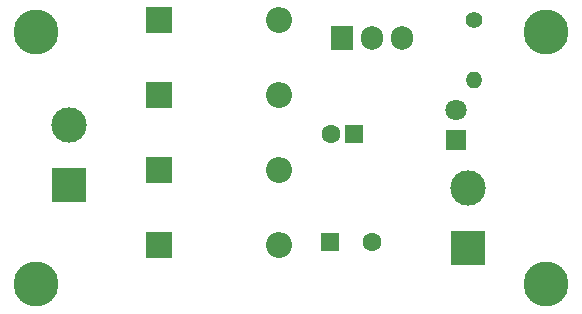
<source format=gbr>
%TF.GenerationSoftware,KiCad,Pcbnew,(5.1.7)-1*%
%TF.CreationDate,2022-10-26T13:15:12+03:00*%
%TF.ProjectId,power supply,706f7765-7220-4737-9570-706c792e6b69,rev?*%
%TF.SameCoordinates,Original*%
%TF.FileFunction,Copper,L2,Bot*%
%TF.FilePolarity,Positive*%
%FSLAX46Y46*%
G04 Gerber Fmt 4.6, Leading zero omitted, Abs format (unit mm)*
G04 Created by KiCad (PCBNEW (5.1.7)-1) date 2022-10-26 13:15:12*
%MOMM*%
%LPD*%
G01*
G04 APERTURE LIST*
%TA.AperFunction,ComponentPad*%
%ADD10O,1.905000X2.000000*%
%TD*%
%TA.AperFunction,ComponentPad*%
%ADD11R,1.905000X2.000000*%
%TD*%
%TA.AperFunction,ComponentPad*%
%ADD12O,1.400000X1.400000*%
%TD*%
%TA.AperFunction,ComponentPad*%
%ADD13C,1.400000*%
%TD*%
%TA.AperFunction,ComponentPad*%
%ADD14C,3.000000*%
%TD*%
%TA.AperFunction,ComponentPad*%
%ADD15R,3.000000X3.000000*%
%TD*%
%TA.AperFunction,ComponentPad*%
%ADD16C,3.800000*%
%TD*%
%TA.AperFunction,ComponentPad*%
%ADD17C,1.800000*%
%TD*%
%TA.AperFunction,ComponentPad*%
%ADD18R,1.800000X1.800000*%
%TD*%
%TA.AperFunction,ComponentPad*%
%ADD19O,2.200000X2.200000*%
%TD*%
%TA.AperFunction,ComponentPad*%
%ADD20R,2.200000X2.200000*%
%TD*%
%TA.AperFunction,ComponentPad*%
%ADD21C,1.600000*%
%TD*%
%TA.AperFunction,ComponentPad*%
%ADD22R,1.600000X1.600000*%
%TD*%
G04 APERTURE END LIST*
D10*
%TO.P,U1,3*%
%TO.N,Net-(C2-Pad1)*%
X146304000Y-75184000D03*
%TO.P,U1,2*%
%TO.N,Net-(C1-Pad2)*%
X143764000Y-75184000D03*
D11*
%TO.P,U1,1*%
%TO.N,Net-(C1-Pad1)*%
X141224000Y-75184000D03*
%TD*%
D12*
%TO.P,R1,2*%
%TO.N,Net-(D5-Pad2)*%
X152400000Y-78740000D03*
D13*
%TO.P,R1,1*%
%TO.N,Net-(C2-Pad1)*%
X152400000Y-73660000D03*
%TD*%
D14*
%TO.P,J2,2*%
%TO.N,Net-(C1-Pad2)*%
X151892000Y-87884000D03*
D15*
%TO.P,J2,1*%
%TO.N,Net-(C2-Pad1)*%
X151892000Y-92964000D03*
%TD*%
D14*
%TO.P,J1,2*%
%TO.N,Net-(D1-Pad1)*%
X118110000Y-82550000D03*
D15*
%TO.P,J1,1*%
%TO.N,Net-(D2-Pad1)*%
X118110000Y-87630000D03*
%TD*%
D16*
%TO.P,H4,1*%
%TO.N,N/C*%
X115316000Y-96012000D03*
%TD*%
%TO.P,H3,1*%
%TO.N,N/C*%
X158496000Y-74676000D03*
%TD*%
%TO.P,H2,1*%
%TO.N,N/C*%
X158496000Y-96012000D03*
%TD*%
%TO.P,H1,1*%
%TO.N,N/C*%
X115316000Y-74676000D03*
%TD*%
D17*
%TO.P,D5,2*%
%TO.N,Net-(D5-Pad2)*%
X150876000Y-81280000D03*
D18*
%TO.P,D5,1*%
%TO.N,Net-(C1-Pad2)*%
X150876000Y-83820000D03*
%TD*%
D19*
%TO.P,D4,2*%
%TO.N,Net-(D2-Pad1)*%
X135890000Y-92710000D03*
D20*
%TO.P,D4,1*%
%TO.N,Net-(C1-Pad1)*%
X125730000Y-92710000D03*
%TD*%
D19*
%TO.P,D3,2*%
%TO.N,Net-(D1-Pad1)*%
X135890000Y-80010000D03*
D20*
%TO.P,D3,1*%
%TO.N,Net-(C1-Pad1)*%
X125730000Y-80010000D03*
%TD*%
D19*
%TO.P,D2,2*%
%TO.N,Net-(C1-Pad2)*%
X135890000Y-86360000D03*
D20*
%TO.P,D2,1*%
%TO.N,Net-(D2-Pad1)*%
X125730000Y-86360000D03*
%TD*%
D19*
%TO.P,D1,2*%
%TO.N,Net-(C1-Pad2)*%
X135890000Y-73660000D03*
D20*
%TO.P,D1,1*%
%TO.N,Net-(D1-Pad1)*%
X125730000Y-73660000D03*
%TD*%
D21*
%TO.P,C2,2*%
%TO.N,Net-(C1-Pad2)*%
X140240000Y-83312000D03*
D22*
%TO.P,C2,1*%
%TO.N,Net-(C2-Pad1)*%
X142240000Y-83312000D03*
%TD*%
D21*
%TO.P,C1,2*%
%TO.N,Net-(C1-Pad2)*%
X143708000Y-92456000D03*
D22*
%TO.P,C1,1*%
%TO.N,Net-(C1-Pad1)*%
X140208000Y-92456000D03*
%TD*%
M02*

</source>
